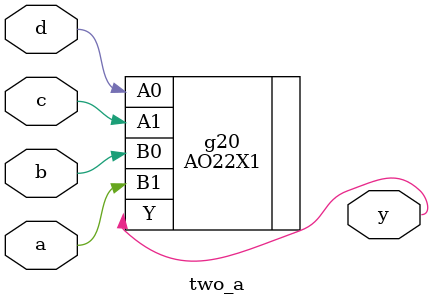
<source format=v>


// Verification Directory fv/two_a 

module two_a(a, b, c, d, y);
  input a, b, c, d;
  output y;
  wire a, b, c, d;
  wire y;
  AO22X1 g20(.A0 (d), .A1 (c), .B0 (b), .B1 (a), .Y (y));
endmodule


</source>
